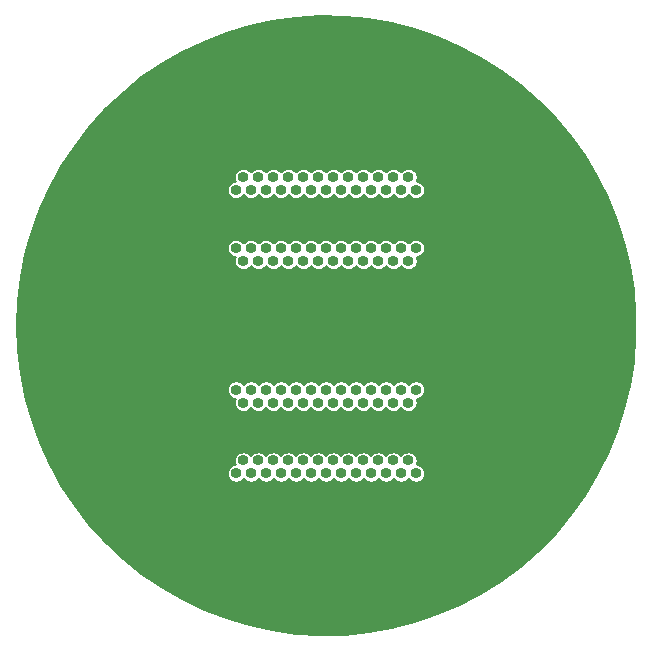
<source format=gbr>
%TF.GenerationSoftware,KiCad,Pcbnew,(5.1.10)-1*%
%TF.CreationDate,2022-07-15T13:15:32-06:00*%
%TF.ProjectId,Double_MicroD_25_Gateway,446f7562-6c65-45f4-9d69-63726f445f32,rev?*%
%TF.SameCoordinates,Original*%
%TF.FileFunction,Copper,L2,Inr*%
%TF.FilePolarity,Positive*%
%FSLAX46Y46*%
G04 Gerber Fmt 4.6, Leading zero omitted, Abs format (unit mm)*
G04 Created by KiCad (PCBNEW (5.1.10)-1) date 2022-07-15 13:15:32*
%MOMM*%
%LPD*%
G01*
G04 APERTURE LIST*
%TA.AperFunction,ComponentPad*%
%ADD10O,0.920000X0.920000*%
%TD*%
%TA.AperFunction,NonConductor*%
%ADD11C,0.254000*%
%TD*%
%TA.AperFunction,NonConductor*%
%ADD12C,0.100000*%
%TD*%
G04 APERTURE END LIST*
D10*
%TO.N,Net-(J3-Pad1)*%
%TO.C,J4*%
X-7620000Y-12550000D03*
%TO.N,Net-(J3-Pad14)*%
X-6985000Y-11450000D03*
%TO.N,Net-(J3-Pad2)*%
X-6350000Y-12550000D03*
%TO.N,Net-(J3-Pad15)*%
X-5715000Y-11450000D03*
%TO.N,Net-(J3-Pad3)*%
X-5080000Y-12550000D03*
%TO.N,Net-(J3-Pad16)*%
X-4445000Y-11450000D03*
%TO.N,Net-(J3-Pad4)*%
X-3810000Y-12550000D03*
%TO.N,Net-(J3-Pad17)*%
X-3175000Y-11450000D03*
%TO.N,Net-(J3-Pad5)*%
X-2540000Y-12550000D03*
%TO.N,Net-(J3-Pad18)*%
X-1905000Y-11450000D03*
%TO.N,Net-(J3-Pad6)*%
X-1270000Y-12550000D03*
%TO.N,Net-(J3-Pad19)*%
X-635000Y-11450000D03*
%TO.N,Net-(J3-Pad7)*%
X0Y-12550000D03*
%TO.N,Net-(J3-Pad20)*%
X635000Y-11450000D03*
%TO.N,Net-(J3-Pad8)*%
X1270000Y-12550000D03*
%TO.N,Net-(J3-Pad21)*%
X1905000Y-11450000D03*
%TO.N,Net-(J3-Pad9)*%
X2540000Y-12550000D03*
%TO.N,Net-(J3-Pad22)*%
X3175000Y-11450000D03*
%TO.N,Net-(J3-Pad10)*%
X3810000Y-12550000D03*
%TO.N,Net-(J3-Pad23)*%
X4445000Y-11450000D03*
%TO.N,Net-(J3-Pad11)*%
X5080000Y-12550000D03*
%TO.N,Net-(J3-Pad24)*%
X5715000Y-11450000D03*
%TO.N,Net-(J3-Pad12)*%
X6350000Y-12550000D03*
%TO.N,Net-(J3-Pad25)*%
X6985000Y-11450000D03*
%TO.N,Net-(J3-Pad13)*%
X7620000Y-12550000D03*
%TD*%
%TO.N,Net-(J3-Pad1)*%
%TO.C,J3*%
X-7620000Y-5450000D03*
%TO.N,Net-(J3-Pad14)*%
X-6985000Y-6550000D03*
%TO.N,Net-(J3-Pad2)*%
X-6350000Y-5450000D03*
%TO.N,Net-(J3-Pad15)*%
X-5715000Y-6550000D03*
%TO.N,Net-(J3-Pad3)*%
X-5080000Y-5450000D03*
%TO.N,Net-(J3-Pad16)*%
X-4445000Y-6550000D03*
%TO.N,Net-(J3-Pad4)*%
X-3810000Y-5450000D03*
%TO.N,Net-(J3-Pad17)*%
X-3175000Y-6550000D03*
%TO.N,Net-(J3-Pad5)*%
X-2540000Y-5450000D03*
%TO.N,Net-(J3-Pad18)*%
X-1905000Y-6550000D03*
%TO.N,Net-(J3-Pad6)*%
X-1270000Y-5450000D03*
%TO.N,Net-(J3-Pad19)*%
X-635000Y-6550000D03*
%TO.N,Net-(J3-Pad7)*%
X0Y-5450000D03*
%TO.N,Net-(J3-Pad20)*%
X635000Y-6550000D03*
%TO.N,Net-(J3-Pad8)*%
X1270000Y-5450000D03*
%TO.N,Net-(J3-Pad21)*%
X1905000Y-6550000D03*
%TO.N,Net-(J3-Pad9)*%
X2540000Y-5450000D03*
%TO.N,Net-(J3-Pad22)*%
X3175000Y-6550000D03*
%TO.N,Net-(J3-Pad10)*%
X3810000Y-5450000D03*
%TO.N,Net-(J3-Pad23)*%
X4445000Y-6550000D03*
%TO.N,Net-(J3-Pad11)*%
X5080000Y-5450000D03*
%TO.N,Net-(J3-Pad24)*%
X5715000Y-6550000D03*
%TO.N,Net-(J3-Pad12)*%
X6350000Y-5450000D03*
%TO.N,Net-(J3-Pad25)*%
X6985000Y-6550000D03*
%TO.N,Net-(J3-Pad13)*%
X7620000Y-5450000D03*
%TD*%
%TO.N,Net-(J1-Pad1)*%
%TO.C,J2*%
X-7620000Y11450000D03*
%TO.N,Net-(J1-Pad14)*%
X-6985000Y12550000D03*
%TO.N,Net-(J1-Pad2)*%
X-6350000Y11450000D03*
%TO.N,Net-(J1-Pad15)*%
X-5715000Y12550000D03*
%TO.N,Net-(J1-Pad3)*%
X-5080000Y11450000D03*
%TO.N,Net-(J1-Pad16)*%
X-4445000Y12550000D03*
%TO.N,Net-(J1-Pad4)*%
X-3810000Y11450000D03*
%TO.N,Net-(J1-Pad17)*%
X-3175000Y12550000D03*
%TO.N,Net-(J1-Pad5)*%
X-2540000Y11450000D03*
%TO.N,Net-(J1-Pad18)*%
X-1905000Y12550000D03*
%TO.N,Net-(J1-Pad6)*%
X-1270000Y11450000D03*
%TO.N,Net-(J1-Pad19)*%
X-635000Y12550000D03*
%TO.N,Net-(J1-Pad7)*%
X0Y11450000D03*
%TO.N,Net-(J1-Pad20)*%
X635000Y12550000D03*
%TO.N,Net-(J1-Pad8)*%
X1270000Y11450000D03*
%TO.N,Net-(J1-Pad21)*%
X1905000Y12550000D03*
%TO.N,Net-(J1-Pad9)*%
X2540000Y11450000D03*
%TO.N,Net-(J1-Pad22)*%
X3175000Y12550000D03*
%TO.N,Net-(J1-Pad10)*%
X3810000Y11450000D03*
%TO.N,Net-(J1-Pad23)*%
X4445000Y12550000D03*
%TO.N,Net-(J1-Pad11)*%
X5080000Y11450000D03*
%TO.N,Net-(J1-Pad24)*%
X5715000Y12550000D03*
%TO.N,Net-(J1-Pad12)*%
X6350000Y11450000D03*
%TO.N,Net-(J1-Pad25)*%
X6985000Y12550000D03*
%TO.N,Net-(J1-Pad13)*%
X7620000Y11450000D03*
%TD*%
%TO.N,Net-(J1-Pad1)*%
%TO.C,J1*%
X-7620000Y6550000D03*
%TO.N,Net-(J1-Pad14)*%
X-6985000Y5450000D03*
%TO.N,Net-(J1-Pad2)*%
X-6350000Y6550000D03*
%TO.N,Net-(J1-Pad15)*%
X-5715000Y5450000D03*
%TO.N,Net-(J1-Pad3)*%
X-5080000Y6550000D03*
%TO.N,Net-(J1-Pad16)*%
X-4445000Y5450000D03*
%TO.N,Net-(J1-Pad4)*%
X-3810000Y6550000D03*
%TO.N,Net-(J1-Pad17)*%
X-3175000Y5450000D03*
%TO.N,Net-(J1-Pad5)*%
X-2540000Y6550000D03*
%TO.N,Net-(J1-Pad18)*%
X-1905000Y5450000D03*
%TO.N,Net-(J1-Pad6)*%
X-1270000Y6550000D03*
%TO.N,Net-(J1-Pad19)*%
X-635000Y5450000D03*
%TO.N,Net-(J1-Pad7)*%
X0Y6550000D03*
%TO.N,Net-(J1-Pad20)*%
X635000Y5450000D03*
%TO.N,Net-(J1-Pad8)*%
X1270000Y6550000D03*
%TO.N,Net-(J1-Pad21)*%
X1905000Y5450000D03*
%TO.N,Net-(J1-Pad9)*%
X2540000Y6550000D03*
%TO.N,Net-(J1-Pad22)*%
X3175000Y5450000D03*
%TO.N,Net-(J1-Pad10)*%
X3810000Y6550000D03*
%TO.N,Net-(J1-Pad23)*%
X4445000Y5450000D03*
%TO.N,Net-(J1-Pad11)*%
X5080000Y6550000D03*
%TO.N,Net-(J1-Pad24)*%
X5715000Y5450000D03*
%TO.N,Net-(J1-Pad12)*%
X6350000Y6550000D03*
%TO.N,Net-(J1-Pad25)*%
X6985000Y5450000D03*
%TO.N,Net-(J1-Pad13)*%
X7620000Y6550000D03*
%TD*%
D11*
X1520371Y26103762D02*
X3538643Y25907449D01*
X5535633Y25555326D01*
X7499331Y25049510D01*
X9417927Y24393043D01*
X11279883Y23589874D01*
X13074000Y22644832D01*
X14789489Y21563602D01*
X16416031Y20352686D01*
X17943846Y19019366D01*
X19363745Y17571662D01*
X20667188Y16018279D01*
X21846335Y14368561D01*
X22894097Y12632428D01*
X23804170Y10820323D01*
X24571083Y8943143D01*
X25190222Y7012177D01*
X25657864Y5039040D01*
X25971197Y3035598D01*
X26128335Y1013898D01*
X26128335Y-1013898D01*
X25971197Y-3035598D01*
X25657864Y-5039040D01*
X25190222Y-7012177D01*
X24571083Y-8943143D01*
X23804170Y-10820323D01*
X22894097Y-12632428D01*
X21846335Y-14368561D01*
X20667188Y-16018279D01*
X19363745Y-17571662D01*
X17943846Y-19019366D01*
X16416031Y-20352686D01*
X14789489Y-21563602D01*
X13074000Y-22644832D01*
X11279883Y-23589874D01*
X9417927Y-24393043D01*
X7499331Y-25049510D01*
X5535633Y-25555326D01*
X3538643Y-25907449D01*
X1520371Y-26103762D01*
X-507045Y-26143083D01*
X-2531411Y-26025178D01*
X-4540553Y-25750753D01*
X-6522387Y-25321461D01*
X-8464995Y-24739882D01*
X-10356694Y-24009515D01*
X-12186106Y-23134751D01*
X-13942230Y-22120853D01*
X-15614503Y-20973917D01*
X-17192869Y-19700842D01*
X-18667835Y-18309283D01*
X-20030530Y-16807610D01*
X-21272760Y-15204855D01*
X-22387052Y-13510655D01*
X-22959888Y-12472487D01*
X-8407000Y-12472487D01*
X-8407000Y-12627513D01*
X-8376756Y-12779559D01*
X-8317430Y-12922784D01*
X-8231303Y-13051683D01*
X-8121683Y-13161303D01*
X-7992784Y-13247430D01*
X-7849559Y-13306756D01*
X-7697513Y-13337000D01*
X-7542487Y-13337000D01*
X-7390441Y-13306756D01*
X-7247216Y-13247430D01*
X-7118317Y-13161303D01*
X-7008697Y-13051683D01*
X-6985000Y-13016218D01*
X-6961303Y-13051683D01*
X-6851683Y-13161303D01*
X-6722784Y-13247430D01*
X-6579559Y-13306756D01*
X-6427513Y-13337000D01*
X-6272487Y-13337000D01*
X-6120441Y-13306756D01*
X-5977216Y-13247430D01*
X-5848317Y-13161303D01*
X-5738697Y-13051683D01*
X-5715000Y-13016218D01*
X-5691303Y-13051683D01*
X-5581683Y-13161303D01*
X-5452784Y-13247430D01*
X-5309559Y-13306756D01*
X-5157513Y-13337000D01*
X-5002487Y-13337000D01*
X-4850441Y-13306756D01*
X-4707216Y-13247430D01*
X-4578317Y-13161303D01*
X-4468697Y-13051683D01*
X-4445000Y-13016218D01*
X-4421303Y-13051683D01*
X-4311683Y-13161303D01*
X-4182784Y-13247430D01*
X-4039559Y-13306756D01*
X-3887513Y-13337000D01*
X-3732487Y-13337000D01*
X-3580441Y-13306756D01*
X-3437216Y-13247430D01*
X-3308317Y-13161303D01*
X-3198697Y-13051683D01*
X-3175000Y-13016218D01*
X-3151303Y-13051683D01*
X-3041683Y-13161303D01*
X-2912784Y-13247430D01*
X-2769559Y-13306756D01*
X-2617513Y-13337000D01*
X-2462487Y-13337000D01*
X-2310441Y-13306756D01*
X-2167216Y-13247430D01*
X-2038317Y-13161303D01*
X-1928697Y-13051683D01*
X-1905000Y-13016218D01*
X-1881303Y-13051683D01*
X-1771683Y-13161303D01*
X-1642784Y-13247430D01*
X-1499559Y-13306756D01*
X-1347513Y-13337000D01*
X-1192487Y-13337000D01*
X-1040441Y-13306756D01*
X-897216Y-13247430D01*
X-768317Y-13161303D01*
X-658697Y-13051683D01*
X-635000Y-13016218D01*
X-611303Y-13051683D01*
X-501683Y-13161303D01*
X-372784Y-13247430D01*
X-229559Y-13306756D01*
X-77513Y-13337000D01*
X77513Y-13337000D01*
X229559Y-13306756D01*
X372784Y-13247430D01*
X501683Y-13161303D01*
X611303Y-13051683D01*
X635000Y-13016218D01*
X658697Y-13051683D01*
X768317Y-13161303D01*
X897216Y-13247430D01*
X1040441Y-13306756D01*
X1192487Y-13337000D01*
X1347513Y-13337000D01*
X1499559Y-13306756D01*
X1642784Y-13247430D01*
X1771683Y-13161303D01*
X1881303Y-13051683D01*
X1905000Y-13016218D01*
X1928697Y-13051683D01*
X2038317Y-13161303D01*
X2167216Y-13247430D01*
X2310441Y-13306756D01*
X2462487Y-13337000D01*
X2617513Y-13337000D01*
X2769559Y-13306756D01*
X2912784Y-13247430D01*
X3041683Y-13161303D01*
X3151303Y-13051683D01*
X3175000Y-13016218D01*
X3198697Y-13051683D01*
X3308317Y-13161303D01*
X3437216Y-13247430D01*
X3580441Y-13306756D01*
X3732487Y-13337000D01*
X3887513Y-13337000D01*
X4039559Y-13306756D01*
X4182784Y-13247430D01*
X4311683Y-13161303D01*
X4421303Y-13051683D01*
X4445000Y-13016218D01*
X4468697Y-13051683D01*
X4578317Y-13161303D01*
X4707216Y-13247430D01*
X4850441Y-13306756D01*
X5002487Y-13337000D01*
X5157513Y-13337000D01*
X5309559Y-13306756D01*
X5452784Y-13247430D01*
X5581683Y-13161303D01*
X5691303Y-13051683D01*
X5715000Y-13016218D01*
X5738697Y-13051683D01*
X5848317Y-13161303D01*
X5977216Y-13247430D01*
X6120441Y-13306756D01*
X6272487Y-13337000D01*
X6427513Y-13337000D01*
X6579559Y-13306756D01*
X6722784Y-13247430D01*
X6851683Y-13161303D01*
X6961303Y-13051683D01*
X6985000Y-13016218D01*
X7008697Y-13051683D01*
X7118317Y-13161303D01*
X7247216Y-13247430D01*
X7390441Y-13306756D01*
X7542487Y-13337000D01*
X7697513Y-13337000D01*
X7849559Y-13306756D01*
X7992784Y-13247430D01*
X8121683Y-13161303D01*
X8231303Y-13051683D01*
X8317430Y-12922784D01*
X8376756Y-12779559D01*
X8407000Y-12627513D01*
X8407000Y-12472487D01*
X8376756Y-12320441D01*
X8317430Y-12177216D01*
X8231303Y-12048317D01*
X8121683Y-11938697D01*
X7992784Y-11852570D01*
X7849559Y-11793244D01*
X7706457Y-11764779D01*
X7741756Y-11679559D01*
X7772000Y-11527513D01*
X7772000Y-11372487D01*
X7741756Y-11220441D01*
X7682430Y-11077216D01*
X7596303Y-10948317D01*
X7486683Y-10838697D01*
X7357784Y-10752570D01*
X7214559Y-10693244D01*
X7062513Y-10663000D01*
X6907487Y-10663000D01*
X6755441Y-10693244D01*
X6612216Y-10752570D01*
X6483317Y-10838697D01*
X6373697Y-10948317D01*
X6350000Y-10983782D01*
X6326303Y-10948317D01*
X6216683Y-10838697D01*
X6087784Y-10752570D01*
X5944559Y-10693244D01*
X5792513Y-10663000D01*
X5637487Y-10663000D01*
X5485441Y-10693244D01*
X5342216Y-10752570D01*
X5213317Y-10838697D01*
X5103697Y-10948317D01*
X5080000Y-10983782D01*
X5056303Y-10948317D01*
X4946683Y-10838697D01*
X4817784Y-10752570D01*
X4674559Y-10693244D01*
X4522513Y-10663000D01*
X4367487Y-10663000D01*
X4215441Y-10693244D01*
X4072216Y-10752570D01*
X3943317Y-10838697D01*
X3833697Y-10948317D01*
X3810000Y-10983782D01*
X3786303Y-10948317D01*
X3676683Y-10838697D01*
X3547784Y-10752570D01*
X3404559Y-10693244D01*
X3252513Y-10663000D01*
X3097487Y-10663000D01*
X2945441Y-10693244D01*
X2802216Y-10752570D01*
X2673317Y-10838697D01*
X2563697Y-10948317D01*
X2540000Y-10983782D01*
X2516303Y-10948317D01*
X2406683Y-10838697D01*
X2277784Y-10752570D01*
X2134559Y-10693244D01*
X1982513Y-10663000D01*
X1827487Y-10663000D01*
X1675441Y-10693244D01*
X1532216Y-10752570D01*
X1403317Y-10838697D01*
X1293697Y-10948317D01*
X1270000Y-10983782D01*
X1246303Y-10948317D01*
X1136683Y-10838697D01*
X1007784Y-10752570D01*
X864559Y-10693244D01*
X712513Y-10663000D01*
X557487Y-10663000D01*
X405441Y-10693244D01*
X262216Y-10752570D01*
X133317Y-10838697D01*
X23697Y-10948317D01*
X0Y-10983782D01*
X-23697Y-10948317D01*
X-133317Y-10838697D01*
X-262216Y-10752570D01*
X-405441Y-10693244D01*
X-557487Y-10663000D01*
X-712513Y-10663000D01*
X-864559Y-10693244D01*
X-1007784Y-10752570D01*
X-1136683Y-10838697D01*
X-1246303Y-10948317D01*
X-1270000Y-10983782D01*
X-1293697Y-10948317D01*
X-1403317Y-10838697D01*
X-1532216Y-10752570D01*
X-1675441Y-10693244D01*
X-1827487Y-10663000D01*
X-1982513Y-10663000D01*
X-2134559Y-10693244D01*
X-2277784Y-10752570D01*
X-2406683Y-10838697D01*
X-2516303Y-10948317D01*
X-2540000Y-10983782D01*
X-2563697Y-10948317D01*
X-2673317Y-10838697D01*
X-2802216Y-10752570D01*
X-2945441Y-10693244D01*
X-3097487Y-10663000D01*
X-3252513Y-10663000D01*
X-3404559Y-10693244D01*
X-3547784Y-10752570D01*
X-3676683Y-10838697D01*
X-3786303Y-10948317D01*
X-3810000Y-10983782D01*
X-3833697Y-10948317D01*
X-3943317Y-10838697D01*
X-4072216Y-10752570D01*
X-4215441Y-10693244D01*
X-4367487Y-10663000D01*
X-4522513Y-10663000D01*
X-4674559Y-10693244D01*
X-4817784Y-10752570D01*
X-4946683Y-10838697D01*
X-5056303Y-10948317D01*
X-5080000Y-10983782D01*
X-5103697Y-10948317D01*
X-5213317Y-10838697D01*
X-5342216Y-10752570D01*
X-5485441Y-10693244D01*
X-5637487Y-10663000D01*
X-5792513Y-10663000D01*
X-5944559Y-10693244D01*
X-6087784Y-10752570D01*
X-6216683Y-10838697D01*
X-6326303Y-10948317D01*
X-6350000Y-10983782D01*
X-6373697Y-10948317D01*
X-6483317Y-10838697D01*
X-6612216Y-10752570D01*
X-6755441Y-10693244D01*
X-6907487Y-10663000D01*
X-7062513Y-10663000D01*
X-7214559Y-10693244D01*
X-7357784Y-10752570D01*
X-7486683Y-10838697D01*
X-7596303Y-10948317D01*
X-7682430Y-11077216D01*
X-7741756Y-11220441D01*
X-7772000Y-11372487D01*
X-7772000Y-11527513D01*
X-7741756Y-11679559D01*
X-7706457Y-11764779D01*
X-7849559Y-11793244D01*
X-7992784Y-11852570D01*
X-8121683Y-11938697D01*
X-8231303Y-12048317D01*
X-8317430Y-12177216D01*
X-8376756Y-12320441D01*
X-8407000Y-12472487D01*
X-22959888Y-12472487D01*
X-23366706Y-11735201D01*
X-24205830Y-9889170D01*
X-24899378Y-7983664D01*
X-25443177Y-6030144D01*
X-25572336Y-5372487D01*
X-8407000Y-5372487D01*
X-8407000Y-5527513D01*
X-8376756Y-5679559D01*
X-8317430Y-5822784D01*
X-8231303Y-5951683D01*
X-8121683Y-6061303D01*
X-7992784Y-6147430D01*
X-7849559Y-6206756D01*
X-7706457Y-6235221D01*
X-7741756Y-6320441D01*
X-7772000Y-6472487D01*
X-7772000Y-6627513D01*
X-7741756Y-6779559D01*
X-7682430Y-6922784D01*
X-7596303Y-7051683D01*
X-7486683Y-7161303D01*
X-7357784Y-7247430D01*
X-7214559Y-7306756D01*
X-7062513Y-7337000D01*
X-6907487Y-7337000D01*
X-6755441Y-7306756D01*
X-6612216Y-7247430D01*
X-6483317Y-7161303D01*
X-6373697Y-7051683D01*
X-6350000Y-7016218D01*
X-6326303Y-7051683D01*
X-6216683Y-7161303D01*
X-6087784Y-7247430D01*
X-5944559Y-7306756D01*
X-5792513Y-7337000D01*
X-5637487Y-7337000D01*
X-5485441Y-7306756D01*
X-5342216Y-7247430D01*
X-5213317Y-7161303D01*
X-5103697Y-7051683D01*
X-5080000Y-7016218D01*
X-5056303Y-7051683D01*
X-4946683Y-7161303D01*
X-4817784Y-7247430D01*
X-4674559Y-7306756D01*
X-4522513Y-7337000D01*
X-4367487Y-7337000D01*
X-4215441Y-7306756D01*
X-4072216Y-7247430D01*
X-3943317Y-7161303D01*
X-3833697Y-7051683D01*
X-3810000Y-7016218D01*
X-3786303Y-7051683D01*
X-3676683Y-7161303D01*
X-3547784Y-7247430D01*
X-3404559Y-7306756D01*
X-3252513Y-7337000D01*
X-3097487Y-7337000D01*
X-2945441Y-7306756D01*
X-2802216Y-7247430D01*
X-2673317Y-7161303D01*
X-2563697Y-7051683D01*
X-2540000Y-7016218D01*
X-2516303Y-7051683D01*
X-2406683Y-7161303D01*
X-2277784Y-7247430D01*
X-2134559Y-7306756D01*
X-1982513Y-7337000D01*
X-1827487Y-7337000D01*
X-1675441Y-7306756D01*
X-1532216Y-7247430D01*
X-1403317Y-7161303D01*
X-1293697Y-7051683D01*
X-1270000Y-7016218D01*
X-1246303Y-7051683D01*
X-1136683Y-7161303D01*
X-1007784Y-7247430D01*
X-864559Y-7306756D01*
X-712513Y-7337000D01*
X-557487Y-7337000D01*
X-405441Y-7306756D01*
X-262216Y-7247430D01*
X-133317Y-7161303D01*
X-23697Y-7051683D01*
X0Y-7016218D01*
X23697Y-7051683D01*
X133317Y-7161303D01*
X262216Y-7247430D01*
X405441Y-7306756D01*
X557487Y-7337000D01*
X712513Y-7337000D01*
X864559Y-7306756D01*
X1007784Y-7247430D01*
X1136683Y-7161303D01*
X1246303Y-7051683D01*
X1270000Y-7016218D01*
X1293697Y-7051683D01*
X1403317Y-7161303D01*
X1532216Y-7247430D01*
X1675441Y-7306756D01*
X1827487Y-7337000D01*
X1982513Y-7337000D01*
X2134559Y-7306756D01*
X2277784Y-7247430D01*
X2406683Y-7161303D01*
X2516303Y-7051683D01*
X2540000Y-7016218D01*
X2563697Y-7051683D01*
X2673317Y-7161303D01*
X2802216Y-7247430D01*
X2945441Y-7306756D01*
X3097487Y-7337000D01*
X3252513Y-7337000D01*
X3404559Y-7306756D01*
X3547784Y-7247430D01*
X3676683Y-7161303D01*
X3786303Y-7051683D01*
X3810000Y-7016218D01*
X3833697Y-7051683D01*
X3943317Y-7161303D01*
X4072216Y-7247430D01*
X4215441Y-7306756D01*
X4367487Y-7337000D01*
X4522513Y-7337000D01*
X4674559Y-7306756D01*
X4817784Y-7247430D01*
X4946683Y-7161303D01*
X5056303Y-7051683D01*
X5080000Y-7016218D01*
X5103697Y-7051683D01*
X5213317Y-7161303D01*
X5342216Y-7247430D01*
X5485441Y-7306756D01*
X5637487Y-7337000D01*
X5792513Y-7337000D01*
X5944559Y-7306756D01*
X6087784Y-7247430D01*
X6216683Y-7161303D01*
X6326303Y-7051683D01*
X6350000Y-7016218D01*
X6373697Y-7051683D01*
X6483317Y-7161303D01*
X6612216Y-7247430D01*
X6755441Y-7306756D01*
X6907487Y-7337000D01*
X7062513Y-7337000D01*
X7214559Y-7306756D01*
X7357784Y-7247430D01*
X7486683Y-7161303D01*
X7596303Y-7051683D01*
X7682430Y-6922784D01*
X7741756Y-6779559D01*
X7772000Y-6627513D01*
X7772000Y-6472487D01*
X7741756Y-6320441D01*
X7706457Y-6235221D01*
X7849559Y-6206756D01*
X7992784Y-6147430D01*
X8121683Y-6061303D01*
X8231303Y-5951683D01*
X8317430Y-5822784D01*
X8376756Y-5679559D01*
X8407000Y-5527513D01*
X8407000Y-5372487D01*
X8376756Y-5220441D01*
X8317430Y-5077216D01*
X8231303Y-4948317D01*
X8121683Y-4838697D01*
X7992784Y-4752570D01*
X7849559Y-4693244D01*
X7697513Y-4663000D01*
X7542487Y-4663000D01*
X7390441Y-4693244D01*
X7247216Y-4752570D01*
X7118317Y-4838697D01*
X7008697Y-4948317D01*
X6985000Y-4983782D01*
X6961303Y-4948317D01*
X6851683Y-4838697D01*
X6722784Y-4752570D01*
X6579559Y-4693244D01*
X6427513Y-4663000D01*
X6272487Y-4663000D01*
X6120441Y-4693244D01*
X5977216Y-4752570D01*
X5848317Y-4838697D01*
X5738697Y-4948317D01*
X5715000Y-4983782D01*
X5691303Y-4948317D01*
X5581683Y-4838697D01*
X5452784Y-4752570D01*
X5309559Y-4693244D01*
X5157513Y-4663000D01*
X5002487Y-4663000D01*
X4850441Y-4693244D01*
X4707216Y-4752570D01*
X4578317Y-4838697D01*
X4468697Y-4948317D01*
X4445000Y-4983782D01*
X4421303Y-4948317D01*
X4311683Y-4838697D01*
X4182784Y-4752570D01*
X4039559Y-4693244D01*
X3887513Y-4663000D01*
X3732487Y-4663000D01*
X3580441Y-4693244D01*
X3437216Y-4752570D01*
X3308317Y-4838697D01*
X3198697Y-4948317D01*
X3175000Y-4983782D01*
X3151303Y-4948317D01*
X3041683Y-4838697D01*
X2912784Y-4752570D01*
X2769559Y-4693244D01*
X2617513Y-4663000D01*
X2462487Y-4663000D01*
X2310441Y-4693244D01*
X2167216Y-4752570D01*
X2038317Y-4838697D01*
X1928697Y-4948317D01*
X1905000Y-4983782D01*
X1881303Y-4948317D01*
X1771683Y-4838697D01*
X1642784Y-4752570D01*
X1499559Y-4693244D01*
X1347513Y-4663000D01*
X1192487Y-4663000D01*
X1040441Y-4693244D01*
X897216Y-4752570D01*
X768317Y-4838697D01*
X658697Y-4948317D01*
X635000Y-4983782D01*
X611303Y-4948317D01*
X501683Y-4838697D01*
X372784Y-4752570D01*
X229559Y-4693244D01*
X77513Y-4663000D01*
X-77513Y-4663000D01*
X-229559Y-4693244D01*
X-372784Y-4752570D01*
X-501683Y-4838697D01*
X-611303Y-4948317D01*
X-635000Y-4983782D01*
X-658697Y-4948317D01*
X-768317Y-4838697D01*
X-897216Y-4752570D01*
X-1040441Y-4693244D01*
X-1192487Y-4663000D01*
X-1347513Y-4663000D01*
X-1499559Y-4693244D01*
X-1642784Y-4752570D01*
X-1771683Y-4838697D01*
X-1881303Y-4948317D01*
X-1905000Y-4983782D01*
X-1928697Y-4948317D01*
X-2038317Y-4838697D01*
X-2167216Y-4752570D01*
X-2310441Y-4693244D01*
X-2462487Y-4663000D01*
X-2617513Y-4663000D01*
X-2769559Y-4693244D01*
X-2912784Y-4752570D01*
X-3041683Y-4838697D01*
X-3151303Y-4948317D01*
X-3175000Y-4983782D01*
X-3198697Y-4948317D01*
X-3308317Y-4838697D01*
X-3437216Y-4752570D01*
X-3580441Y-4693244D01*
X-3732487Y-4663000D01*
X-3887513Y-4663000D01*
X-4039559Y-4693244D01*
X-4182784Y-4752570D01*
X-4311683Y-4838697D01*
X-4421303Y-4948317D01*
X-4445000Y-4983782D01*
X-4468697Y-4948317D01*
X-4578317Y-4838697D01*
X-4707216Y-4752570D01*
X-4850441Y-4693244D01*
X-5002487Y-4663000D01*
X-5157513Y-4663000D01*
X-5309559Y-4693244D01*
X-5452784Y-4752570D01*
X-5581683Y-4838697D01*
X-5691303Y-4948317D01*
X-5715000Y-4983782D01*
X-5738697Y-4948317D01*
X-5848317Y-4838697D01*
X-5977216Y-4752570D01*
X-6120441Y-4693244D01*
X-6272487Y-4663000D01*
X-6427513Y-4663000D01*
X-6579559Y-4693244D01*
X-6722784Y-4752570D01*
X-6851683Y-4838697D01*
X-6961303Y-4948317D01*
X-6985000Y-4983782D01*
X-7008697Y-4948317D01*
X-7118317Y-4838697D01*
X-7247216Y-4752570D01*
X-7390441Y-4693244D01*
X-7542487Y-4663000D01*
X-7697513Y-4663000D01*
X-7849559Y-4693244D01*
X-7992784Y-4752570D01*
X-8121683Y-4838697D01*
X-8231303Y-4948317D01*
X-8317430Y-5077216D01*
X-8376756Y-5220441D01*
X-8407000Y-5372487D01*
X-25572336Y-5372487D01*
X-25833959Y-4040357D01*
X-26069371Y-2026272D01*
X-26148000Y0D01*
X-26069371Y2026272D01*
X-25833959Y4040357D01*
X-25443177Y6030144D01*
X-25276889Y6627513D01*
X-8407000Y6627513D01*
X-8407000Y6472487D01*
X-8376756Y6320441D01*
X-8317430Y6177216D01*
X-8231303Y6048317D01*
X-8121683Y5938697D01*
X-7992784Y5852570D01*
X-7849559Y5793244D01*
X-7706457Y5764779D01*
X-7741756Y5679559D01*
X-7772000Y5527513D01*
X-7772000Y5372487D01*
X-7741756Y5220441D01*
X-7682430Y5077216D01*
X-7596303Y4948317D01*
X-7486683Y4838697D01*
X-7357784Y4752570D01*
X-7214559Y4693244D01*
X-7062513Y4663000D01*
X-6907487Y4663000D01*
X-6755441Y4693244D01*
X-6612216Y4752570D01*
X-6483317Y4838697D01*
X-6373697Y4948317D01*
X-6350000Y4983782D01*
X-6326303Y4948317D01*
X-6216683Y4838697D01*
X-6087784Y4752570D01*
X-5944559Y4693244D01*
X-5792513Y4663000D01*
X-5637487Y4663000D01*
X-5485441Y4693244D01*
X-5342216Y4752570D01*
X-5213317Y4838697D01*
X-5103697Y4948317D01*
X-5080000Y4983782D01*
X-5056303Y4948317D01*
X-4946683Y4838697D01*
X-4817784Y4752570D01*
X-4674559Y4693244D01*
X-4522513Y4663000D01*
X-4367487Y4663000D01*
X-4215441Y4693244D01*
X-4072216Y4752570D01*
X-3943317Y4838697D01*
X-3833697Y4948317D01*
X-3810000Y4983782D01*
X-3786303Y4948317D01*
X-3676683Y4838697D01*
X-3547784Y4752570D01*
X-3404559Y4693244D01*
X-3252513Y4663000D01*
X-3097487Y4663000D01*
X-2945441Y4693244D01*
X-2802216Y4752570D01*
X-2673317Y4838697D01*
X-2563697Y4948317D01*
X-2540000Y4983782D01*
X-2516303Y4948317D01*
X-2406683Y4838697D01*
X-2277784Y4752570D01*
X-2134559Y4693244D01*
X-1982513Y4663000D01*
X-1827487Y4663000D01*
X-1675441Y4693244D01*
X-1532216Y4752570D01*
X-1403317Y4838697D01*
X-1293697Y4948317D01*
X-1270000Y4983782D01*
X-1246303Y4948317D01*
X-1136683Y4838697D01*
X-1007784Y4752570D01*
X-864559Y4693244D01*
X-712513Y4663000D01*
X-557487Y4663000D01*
X-405441Y4693244D01*
X-262216Y4752570D01*
X-133317Y4838697D01*
X-23697Y4948317D01*
X0Y4983782D01*
X23697Y4948317D01*
X133317Y4838697D01*
X262216Y4752570D01*
X405441Y4693244D01*
X557487Y4663000D01*
X712513Y4663000D01*
X864559Y4693244D01*
X1007784Y4752570D01*
X1136683Y4838697D01*
X1246303Y4948317D01*
X1270000Y4983782D01*
X1293697Y4948317D01*
X1403317Y4838697D01*
X1532216Y4752570D01*
X1675441Y4693244D01*
X1827487Y4663000D01*
X1982513Y4663000D01*
X2134559Y4693244D01*
X2277784Y4752570D01*
X2406683Y4838697D01*
X2516303Y4948317D01*
X2540000Y4983782D01*
X2563697Y4948317D01*
X2673317Y4838697D01*
X2802216Y4752570D01*
X2945441Y4693244D01*
X3097487Y4663000D01*
X3252513Y4663000D01*
X3404559Y4693244D01*
X3547784Y4752570D01*
X3676683Y4838697D01*
X3786303Y4948317D01*
X3810000Y4983782D01*
X3833697Y4948317D01*
X3943317Y4838697D01*
X4072216Y4752570D01*
X4215441Y4693244D01*
X4367487Y4663000D01*
X4522513Y4663000D01*
X4674559Y4693244D01*
X4817784Y4752570D01*
X4946683Y4838697D01*
X5056303Y4948317D01*
X5080000Y4983782D01*
X5103697Y4948317D01*
X5213317Y4838697D01*
X5342216Y4752570D01*
X5485441Y4693244D01*
X5637487Y4663000D01*
X5792513Y4663000D01*
X5944559Y4693244D01*
X6087784Y4752570D01*
X6216683Y4838697D01*
X6326303Y4948317D01*
X6350000Y4983782D01*
X6373697Y4948317D01*
X6483317Y4838697D01*
X6612216Y4752570D01*
X6755441Y4693244D01*
X6907487Y4663000D01*
X7062513Y4663000D01*
X7214559Y4693244D01*
X7357784Y4752570D01*
X7486683Y4838697D01*
X7596303Y4948317D01*
X7682430Y5077216D01*
X7741756Y5220441D01*
X7772000Y5372487D01*
X7772000Y5527513D01*
X7741756Y5679559D01*
X7706457Y5764779D01*
X7849559Y5793244D01*
X7992784Y5852570D01*
X8121683Y5938697D01*
X8231303Y6048317D01*
X8317430Y6177216D01*
X8376756Y6320441D01*
X8407000Y6472487D01*
X8407000Y6627513D01*
X8376756Y6779559D01*
X8317430Y6922784D01*
X8231303Y7051683D01*
X8121683Y7161303D01*
X7992784Y7247430D01*
X7849559Y7306756D01*
X7697513Y7337000D01*
X7542487Y7337000D01*
X7390441Y7306756D01*
X7247216Y7247430D01*
X7118317Y7161303D01*
X7008697Y7051683D01*
X6985000Y7016218D01*
X6961303Y7051683D01*
X6851683Y7161303D01*
X6722784Y7247430D01*
X6579559Y7306756D01*
X6427513Y7337000D01*
X6272487Y7337000D01*
X6120441Y7306756D01*
X5977216Y7247430D01*
X5848317Y7161303D01*
X5738697Y7051683D01*
X5715000Y7016218D01*
X5691303Y7051683D01*
X5581683Y7161303D01*
X5452784Y7247430D01*
X5309559Y7306756D01*
X5157513Y7337000D01*
X5002487Y7337000D01*
X4850441Y7306756D01*
X4707216Y7247430D01*
X4578317Y7161303D01*
X4468697Y7051683D01*
X4445000Y7016218D01*
X4421303Y7051683D01*
X4311683Y7161303D01*
X4182784Y7247430D01*
X4039559Y7306756D01*
X3887513Y7337000D01*
X3732487Y7337000D01*
X3580441Y7306756D01*
X3437216Y7247430D01*
X3308317Y7161303D01*
X3198697Y7051683D01*
X3175000Y7016218D01*
X3151303Y7051683D01*
X3041683Y7161303D01*
X2912784Y7247430D01*
X2769559Y7306756D01*
X2617513Y7337000D01*
X2462487Y7337000D01*
X2310441Y7306756D01*
X2167216Y7247430D01*
X2038317Y7161303D01*
X1928697Y7051683D01*
X1905000Y7016218D01*
X1881303Y7051683D01*
X1771683Y7161303D01*
X1642784Y7247430D01*
X1499559Y7306756D01*
X1347513Y7337000D01*
X1192487Y7337000D01*
X1040441Y7306756D01*
X897216Y7247430D01*
X768317Y7161303D01*
X658697Y7051683D01*
X635000Y7016218D01*
X611303Y7051683D01*
X501683Y7161303D01*
X372784Y7247430D01*
X229559Y7306756D01*
X77513Y7337000D01*
X-77513Y7337000D01*
X-229559Y7306756D01*
X-372784Y7247430D01*
X-501683Y7161303D01*
X-611303Y7051683D01*
X-635000Y7016218D01*
X-658697Y7051683D01*
X-768317Y7161303D01*
X-897216Y7247430D01*
X-1040441Y7306756D01*
X-1192487Y7337000D01*
X-1347513Y7337000D01*
X-1499559Y7306756D01*
X-1642784Y7247430D01*
X-1771683Y7161303D01*
X-1881303Y7051683D01*
X-1905000Y7016218D01*
X-1928697Y7051683D01*
X-2038317Y7161303D01*
X-2167216Y7247430D01*
X-2310441Y7306756D01*
X-2462487Y7337000D01*
X-2617513Y7337000D01*
X-2769559Y7306756D01*
X-2912784Y7247430D01*
X-3041683Y7161303D01*
X-3151303Y7051683D01*
X-3175000Y7016218D01*
X-3198697Y7051683D01*
X-3308317Y7161303D01*
X-3437216Y7247430D01*
X-3580441Y7306756D01*
X-3732487Y7337000D01*
X-3887513Y7337000D01*
X-4039559Y7306756D01*
X-4182784Y7247430D01*
X-4311683Y7161303D01*
X-4421303Y7051683D01*
X-4445000Y7016218D01*
X-4468697Y7051683D01*
X-4578317Y7161303D01*
X-4707216Y7247430D01*
X-4850441Y7306756D01*
X-5002487Y7337000D01*
X-5157513Y7337000D01*
X-5309559Y7306756D01*
X-5452784Y7247430D01*
X-5581683Y7161303D01*
X-5691303Y7051683D01*
X-5715000Y7016218D01*
X-5738697Y7051683D01*
X-5848317Y7161303D01*
X-5977216Y7247430D01*
X-6120441Y7306756D01*
X-6272487Y7337000D01*
X-6427513Y7337000D01*
X-6579559Y7306756D01*
X-6722784Y7247430D01*
X-6851683Y7161303D01*
X-6961303Y7051683D01*
X-6985000Y7016218D01*
X-7008697Y7051683D01*
X-7118317Y7161303D01*
X-7247216Y7247430D01*
X-7390441Y7306756D01*
X-7542487Y7337000D01*
X-7697513Y7337000D01*
X-7849559Y7306756D01*
X-7992784Y7247430D01*
X-8121683Y7161303D01*
X-8231303Y7051683D01*
X-8317430Y6922784D01*
X-8376756Y6779559D01*
X-8407000Y6627513D01*
X-25276889Y6627513D01*
X-24899378Y7983664D01*
X-24205830Y9889170D01*
X-23461112Y11527513D01*
X-8407000Y11527513D01*
X-8407000Y11372487D01*
X-8376756Y11220441D01*
X-8317430Y11077216D01*
X-8231303Y10948317D01*
X-8121683Y10838697D01*
X-7992784Y10752570D01*
X-7849559Y10693244D01*
X-7697513Y10663000D01*
X-7542487Y10663000D01*
X-7390441Y10693244D01*
X-7247216Y10752570D01*
X-7118317Y10838697D01*
X-7008697Y10948317D01*
X-6985000Y10983782D01*
X-6961303Y10948317D01*
X-6851683Y10838697D01*
X-6722784Y10752570D01*
X-6579559Y10693244D01*
X-6427513Y10663000D01*
X-6272487Y10663000D01*
X-6120441Y10693244D01*
X-5977216Y10752570D01*
X-5848317Y10838697D01*
X-5738697Y10948317D01*
X-5715000Y10983782D01*
X-5691303Y10948317D01*
X-5581683Y10838697D01*
X-5452784Y10752570D01*
X-5309559Y10693244D01*
X-5157513Y10663000D01*
X-5002487Y10663000D01*
X-4850441Y10693244D01*
X-4707216Y10752570D01*
X-4578317Y10838697D01*
X-4468697Y10948317D01*
X-4445000Y10983782D01*
X-4421303Y10948317D01*
X-4311683Y10838697D01*
X-4182784Y10752570D01*
X-4039559Y10693244D01*
X-3887513Y10663000D01*
X-3732487Y10663000D01*
X-3580441Y10693244D01*
X-3437216Y10752570D01*
X-3308317Y10838697D01*
X-3198697Y10948317D01*
X-3175000Y10983782D01*
X-3151303Y10948317D01*
X-3041683Y10838697D01*
X-2912784Y10752570D01*
X-2769559Y10693244D01*
X-2617513Y10663000D01*
X-2462487Y10663000D01*
X-2310441Y10693244D01*
X-2167216Y10752570D01*
X-2038317Y10838697D01*
X-1928697Y10948317D01*
X-1905000Y10983782D01*
X-1881303Y10948317D01*
X-1771683Y10838697D01*
X-1642784Y10752570D01*
X-1499559Y10693244D01*
X-1347513Y10663000D01*
X-1192487Y10663000D01*
X-1040441Y10693244D01*
X-897216Y10752570D01*
X-768317Y10838697D01*
X-658697Y10948317D01*
X-635000Y10983782D01*
X-611303Y10948317D01*
X-501683Y10838697D01*
X-372784Y10752570D01*
X-229559Y10693244D01*
X-77513Y10663000D01*
X77513Y10663000D01*
X229559Y10693244D01*
X372784Y10752570D01*
X501683Y10838697D01*
X611303Y10948317D01*
X635000Y10983782D01*
X658697Y10948317D01*
X768317Y10838697D01*
X897216Y10752570D01*
X1040441Y10693244D01*
X1192487Y10663000D01*
X1347513Y10663000D01*
X1499559Y10693244D01*
X1642784Y10752570D01*
X1771683Y10838697D01*
X1881303Y10948317D01*
X1905000Y10983782D01*
X1928697Y10948317D01*
X2038317Y10838697D01*
X2167216Y10752570D01*
X2310441Y10693244D01*
X2462487Y10663000D01*
X2617513Y10663000D01*
X2769559Y10693244D01*
X2912784Y10752570D01*
X3041683Y10838697D01*
X3151303Y10948317D01*
X3175000Y10983782D01*
X3198697Y10948317D01*
X3308317Y10838697D01*
X3437216Y10752570D01*
X3580441Y10693244D01*
X3732487Y10663000D01*
X3887513Y10663000D01*
X4039559Y10693244D01*
X4182784Y10752570D01*
X4311683Y10838697D01*
X4421303Y10948317D01*
X4445000Y10983782D01*
X4468697Y10948317D01*
X4578317Y10838697D01*
X4707216Y10752570D01*
X4850441Y10693244D01*
X5002487Y10663000D01*
X5157513Y10663000D01*
X5309559Y10693244D01*
X5452784Y10752570D01*
X5581683Y10838697D01*
X5691303Y10948317D01*
X5715000Y10983782D01*
X5738697Y10948317D01*
X5848317Y10838697D01*
X5977216Y10752570D01*
X6120441Y10693244D01*
X6272487Y10663000D01*
X6427513Y10663000D01*
X6579559Y10693244D01*
X6722784Y10752570D01*
X6851683Y10838697D01*
X6961303Y10948317D01*
X6985000Y10983782D01*
X7008697Y10948317D01*
X7118317Y10838697D01*
X7247216Y10752570D01*
X7390441Y10693244D01*
X7542487Y10663000D01*
X7697513Y10663000D01*
X7849559Y10693244D01*
X7992784Y10752570D01*
X8121683Y10838697D01*
X8231303Y10948317D01*
X8317430Y11077216D01*
X8376756Y11220441D01*
X8407000Y11372487D01*
X8407000Y11527513D01*
X8376756Y11679559D01*
X8317430Y11822784D01*
X8231303Y11951683D01*
X8121683Y12061303D01*
X7992784Y12147430D01*
X7849559Y12206756D01*
X7706457Y12235221D01*
X7741756Y12320441D01*
X7772000Y12472487D01*
X7772000Y12627513D01*
X7741756Y12779559D01*
X7682430Y12922784D01*
X7596303Y13051683D01*
X7486683Y13161303D01*
X7357784Y13247430D01*
X7214559Y13306756D01*
X7062513Y13337000D01*
X6907487Y13337000D01*
X6755441Y13306756D01*
X6612216Y13247430D01*
X6483317Y13161303D01*
X6373697Y13051683D01*
X6350000Y13016218D01*
X6326303Y13051683D01*
X6216683Y13161303D01*
X6087784Y13247430D01*
X5944559Y13306756D01*
X5792513Y13337000D01*
X5637487Y13337000D01*
X5485441Y13306756D01*
X5342216Y13247430D01*
X5213317Y13161303D01*
X5103697Y13051683D01*
X5080000Y13016218D01*
X5056303Y13051683D01*
X4946683Y13161303D01*
X4817784Y13247430D01*
X4674559Y13306756D01*
X4522513Y13337000D01*
X4367487Y13337000D01*
X4215441Y13306756D01*
X4072216Y13247430D01*
X3943317Y13161303D01*
X3833697Y13051683D01*
X3810000Y13016218D01*
X3786303Y13051683D01*
X3676683Y13161303D01*
X3547784Y13247430D01*
X3404559Y13306756D01*
X3252513Y13337000D01*
X3097487Y13337000D01*
X2945441Y13306756D01*
X2802216Y13247430D01*
X2673317Y13161303D01*
X2563697Y13051683D01*
X2540000Y13016218D01*
X2516303Y13051683D01*
X2406683Y13161303D01*
X2277784Y13247430D01*
X2134559Y13306756D01*
X1982513Y13337000D01*
X1827487Y13337000D01*
X1675441Y13306756D01*
X1532216Y13247430D01*
X1403317Y13161303D01*
X1293697Y13051683D01*
X1270000Y13016218D01*
X1246303Y13051683D01*
X1136683Y13161303D01*
X1007784Y13247430D01*
X864559Y13306756D01*
X712513Y13337000D01*
X557487Y13337000D01*
X405441Y13306756D01*
X262216Y13247430D01*
X133317Y13161303D01*
X23697Y13051683D01*
X0Y13016218D01*
X-23697Y13051683D01*
X-133317Y13161303D01*
X-262216Y13247430D01*
X-405441Y13306756D01*
X-557487Y13337000D01*
X-712513Y13337000D01*
X-864559Y13306756D01*
X-1007784Y13247430D01*
X-1136683Y13161303D01*
X-1246303Y13051683D01*
X-1270000Y13016218D01*
X-1293697Y13051683D01*
X-1403317Y13161303D01*
X-1532216Y13247430D01*
X-1675441Y13306756D01*
X-1827487Y13337000D01*
X-1982513Y13337000D01*
X-2134559Y13306756D01*
X-2277784Y13247430D01*
X-2406683Y13161303D01*
X-2516303Y13051683D01*
X-2540000Y13016218D01*
X-2563697Y13051683D01*
X-2673317Y13161303D01*
X-2802216Y13247430D01*
X-2945441Y13306756D01*
X-3097487Y13337000D01*
X-3252513Y13337000D01*
X-3404559Y13306756D01*
X-3547784Y13247430D01*
X-3676683Y13161303D01*
X-3786303Y13051683D01*
X-3810000Y13016218D01*
X-3833697Y13051683D01*
X-3943317Y13161303D01*
X-4072216Y13247430D01*
X-4215441Y13306756D01*
X-4367487Y13337000D01*
X-4522513Y13337000D01*
X-4674559Y13306756D01*
X-4817784Y13247430D01*
X-4946683Y13161303D01*
X-5056303Y13051683D01*
X-5080000Y13016218D01*
X-5103697Y13051683D01*
X-5213317Y13161303D01*
X-5342216Y13247430D01*
X-5485441Y13306756D01*
X-5637487Y13337000D01*
X-5792513Y13337000D01*
X-5944559Y13306756D01*
X-6087784Y13247430D01*
X-6216683Y13161303D01*
X-6326303Y13051683D01*
X-6350000Y13016218D01*
X-6373697Y13051683D01*
X-6483317Y13161303D01*
X-6612216Y13247430D01*
X-6755441Y13306756D01*
X-6907487Y13337000D01*
X-7062513Y13337000D01*
X-7214559Y13306756D01*
X-7357784Y13247430D01*
X-7486683Y13161303D01*
X-7596303Y13051683D01*
X-7682430Y12922784D01*
X-7741756Y12779559D01*
X-7772000Y12627513D01*
X-7772000Y12472487D01*
X-7741756Y12320441D01*
X-7706457Y12235221D01*
X-7849559Y12206756D01*
X-7992784Y12147430D01*
X-8121683Y12061303D01*
X-8231303Y11951683D01*
X-8317430Y11822784D01*
X-8376756Y11679559D01*
X-8407000Y11527513D01*
X-23461112Y11527513D01*
X-23366706Y11735201D01*
X-22387052Y13510655D01*
X-21272760Y15204855D01*
X-20030530Y16807610D01*
X-18667835Y18309283D01*
X-17192869Y19700842D01*
X-15614503Y20973917D01*
X-13942230Y22120853D01*
X-12186106Y23134751D01*
X-10356694Y24009515D01*
X-8464995Y24739882D01*
X-6522387Y25321461D01*
X-4540553Y25750753D01*
X-2531411Y26025178D01*
X-507045Y26143083D01*
X1520371Y26103762D01*
%TA.AperFunction,NonConductor*%
D12*
G36*
X1520371Y26103762D02*
G01*
X3538643Y25907449D01*
X5535633Y25555326D01*
X7499331Y25049510D01*
X9417927Y24393043D01*
X11279883Y23589874D01*
X13074000Y22644832D01*
X14789489Y21563602D01*
X16416031Y20352686D01*
X17943846Y19019366D01*
X19363745Y17571662D01*
X20667188Y16018279D01*
X21846335Y14368561D01*
X22894097Y12632428D01*
X23804170Y10820323D01*
X24571083Y8943143D01*
X25190222Y7012177D01*
X25657864Y5039040D01*
X25971197Y3035598D01*
X26128335Y1013898D01*
X26128335Y-1013898D01*
X25971197Y-3035598D01*
X25657864Y-5039040D01*
X25190222Y-7012177D01*
X24571083Y-8943143D01*
X23804170Y-10820323D01*
X22894097Y-12632428D01*
X21846335Y-14368561D01*
X20667188Y-16018279D01*
X19363745Y-17571662D01*
X17943846Y-19019366D01*
X16416031Y-20352686D01*
X14789489Y-21563602D01*
X13074000Y-22644832D01*
X11279883Y-23589874D01*
X9417927Y-24393043D01*
X7499331Y-25049510D01*
X5535633Y-25555326D01*
X3538643Y-25907449D01*
X1520371Y-26103762D01*
X-507045Y-26143083D01*
X-2531411Y-26025178D01*
X-4540553Y-25750753D01*
X-6522387Y-25321461D01*
X-8464995Y-24739882D01*
X-10356694Y-24009515D01*
X-12186106Y-23134751D01*
X-13942230Y-22120853D01*
X-15614503Y-20973917D01*
X-17192869Y-19700842D01*
X-18667835Y-18309283D01*
X-20030530Y-16807610D01*
X-21272760Y-15204855D01*
X-22387052Y-13510655D01*
X-22959888Y-12472487D01*
X-8407000Y-12472487D01*
X-8407000Y-12627513D01*
X-8376756Y-12779559D01*
X-8317430Y-12922784D01*
X-8231303Y-13051683D01*
X-8121683Y-13161303D01*
X-7992784Y-13247430D01*
X-7849559Y-13306756D01*
X-7697513Y-13337000D01*
X-7542487Y-13337000D01*
X-7390441Y-13306756D01*
X-7247216Y-13247430D01*
X-7118317Y-13161303D01*
X-7008697Y-13051683D01*
X-6985000Y-13016218D01*
X-6961303Y-13051683D01*
X-6851683Y-13161303D01*
X-6722784Y-13247430D01*
X-6579559Y-13306756D01*
X-6427513Y-13337000D01*
X-6272487Y-13337000D01*
X-6120441Y-13306756D01*
X-5977216Y-13247430D01*
X-5848317Y-13161303D01*
X-5738697Y-13051683D01*
X-5715000Y-13016218D01*
X-5691303Y-13051683D01*
X-5581683Y-13161303D01*
X-5452784Y-13247430D01*
X-5309559Y-13306756D01*
X-5157513Y-13337000D01*
X-5002487Y-13337000D01*
X-4850441Y-13306756D01*
X-4707216Y-13247430D01*
X-4578317Y-13161303D01*
X-4468697Y-13051683D01*
X-4445000Y-13016218D01*
X-4421303Y-13051683D01*
X-4311683Y-13161303D01*
X-4182784Y-13247430D01*
X-4039559Y-13306756D01*
X-3887513Y-13337000D01*
X-3732487Y-13337000D01*
X-3580441Y-13306756D01*
X-3437216Y-13247430D01*
X-3308317Y-13161303D01*
X-3198697Y-13051683D01*
X-3175000Y-13016218D01*
X-3151303Y-13051683D01*
X-3041683Y-13161303D01*
X-2912784Y-13247430D01*
X-2769559Y-13306756D01*
X-2617513Y-13337000D01*
X-2462487Y-13337000D01*
X-2310441Y-13306756D01*
X-2167216Y-13247430D01*
X-2038317Y-13161303D01*
X-1928697Y-13051683D01*
X-1905000Y-13016218D01*
X-1881303Y-13051683D01*
X-1771683Y-13161303D01*
X-1642784Y-13247430D01*
X-1499559Y-13306756D01*
X-1347513Y-13337000D01*
X-1192487Y-13337000D01*
X-1040441Y-13306756D01*
X-897216Y-13247430D01*
X-768317Y-13161303D01*
X-658697Y-13051683D01*
X-635000Y-13016218D01*
X-611303Y-13051683D01*
X-501683Y-13161303D01*
X-372784Y-13247430D01*
X-229559Y-13306756D01*
X-77513Y-13337000D01*
X77513Y-13337000D01*
X229559Y-13306756D01*
X372784Y-13247430D01*
X501683Y-13161303D01*
X611303Y-13051683D01*
X635000Y-13016218D01*
X658697Y-13051683D01*
X768317Y-13161303D01*
X897216Y-13247430D01*
X1040441Y-13306756D01*
X1192487Y-13337000D01*
X1347513Y-13337000D01*
X1499559Y-13306756D01*
X1642784Y-13247430D01*
X1771683Y-13161303D01*
X1881303Y-13051683D01*
X1905000Y-13016218D01*
X1928697Y-13051683D01*
X2038317Y-13161303D01*
X2167216Y-13247430D01*
X2310441Y-13306756D01*
X2462487Y-13337000D01*
X2617513Y-13337000D01*
X2769559Y-13306756D01*
X2912784Y-13247430D01*
X3041683Y-13161303D01*
X3151303Y-13051683D01*
X3175000Y-13016218D01*
X3198697Y-13051683D01*
X3308317Y-13161303D01*
X3437216Y-13247430D01*
X3580441Y-13306756D01*
X3732487Y-13337000D01*
X3887513Y-13337000D01*
X4039559Y-13306756D01*
X4182784Y-13247430D01*
X4311683Y-13161303D01*
X4421303Y-13051683D01*
X4445000Y-13016218D01*
X4468697Y-13051683D01*
X4578317Y-13161303D01*
X4707216Y-13247430D01*
X4850441Y-13306756D01*
X5002487Y-13337000D01*
X5157513Y-13337000D01*
X5309559Y-13306756D01*
X5452784Y-13247430D01*
X5581683Y-13161303D01*
X5691303Y-13051683D01*
X5715000Y-13016218D01*
X5738697Y-13051683D01*
X5848317Y-13161303D01*
X5977216Y-13247430D01*
X6120441Y-13306756D01*
X6272487Y-13337000D01*
X6427513Y-13337000D01*
X6579559Y-13306756D01*
X6722784Y-13247430D01*
X6851683Y-13161303D01*
X6961303Y-13051683D01*
X6985000Y-13016218D01*
X7008697Y-13051683D01*
X7118317Y-13161303D01*
X7247216Y-13247430D01*
X7390441Y-13306756D01*
X7542487Y-13337000D01*
X7697513Y-13337000D01*
X7849559Y-13306756D01*
X7992784Y-13247430D01*
X8121683Y-13161303D01*
X8231303Y-13051683D01*
X8317430Y-12922784D01*
X8376756Y-12779559D01*
X8407000Y-12627513D01*
X8407000Y-12472487D01*
X8376756Y-12320441D01*
X8317430Y-12177216D01*
X8231303Y-12048317D01*
X8121683Y-11938697D01*
X7992784Y-11852570D01*
X7849559Y-11793244D01*
X7706457Y-11764779D01*
X7741756Y-11679559D01*
X7772000Y-11527513D01*
X7772000Y-11372487D01*
X7741756Y-11220441D01*
X7682430Y-11077216D01*
X7596303Y-10948317D01*
X7486683Y-10838697D01*
X7357784Y-10752570D01*
X7214559Y-10693244D01*
X7062513Y-10663000D01*
X6907487Y-10663000D01*
X6755441Y-10693244D01*
X6612216Y-10752570D01*
X6483317Y-10838697D01*
X6373697Y-10948317D01*
X6350000Y-10983782D01*
X6326303Y-10948317D01*
X6216683Y-10838697D01*
X6087784Y-10752570D01*
X5944559Y-10693244D01*
X5792513Y-10663000D01*
X5637487Y-10663000D01*
X5485441Y-10693244D01*
X5342216Y-10752570D01*
X5213317Y-10838697D01*
X5103697Y-10948317D01*
X5080000Y-10983782D01*
X5056303Y-10948317D01*
X4946683Y-10838697D01*
X4817784Y-10752570D01*
X4674559Y-10693244D01*
X4522513Y-10663000D01*
X4367487Y-10663000D01*
X4215441Y-10693244D01*
X4072216Y-10752570D01*
X3943317Y-10838697D01*
X3833697Y-10948317D01*
X3810000Y-10983782D01*
X3786303Y-10948317D01*
X3676683Y-10838697D01*
X3547784Y-10752570D01*
X3404559Y-10693244D01*
X3252513Y-10663000D01*
X3097487Y-10663000D01*
X2945441Y-10693244D01*
X2802216Y-10752570D01*
X2673317Y-10838697D01*
X2563697Y-10948317D01*
X2540000Y-10983782D01*
X2516303Y-10948317D01*
X2406683Y-10838697D01*
X2277784Y-10752570D01*
X2134559Y-10693244D01*
X1982513Y-10663000D01*
X1827487Y-10663000D01*
X1675441Y-10693244D01*
X1532216Y-10752570D01*
X1403317Y-10838697D01*
X1293697Y-10948317D01*
X1270000Y-10983782D01*
X1246303Y-10948317D01*
X1136683Y-10838697D01*
X1007784Y-10752570D01*
X864559Y-10693244D01*
X712513Y-10663000D01*
X557487Y-10663000D01*
X405441Y-10693244D01*
X262216Y-10752570D01*
X133317Y-10838697D01*
X23697Y-10948317D01*
X0Y-10983782D01*
X-23697Y-10948317D01*
X-133317Y-10838697D01*
X-262216Y-10752570D01*
X-405441Y-10693244D01*
X-557487Y-10663000D01*
X-712513Y-10663000D01*
X-864559Y-10693244D01*
X-1007784Y-10752570D01*
X-1136683Y-10838697D01*
X-1246303Y-10948317D01*
X-1270000Y-10983782D01*
X-1293697Y-10948317D01*
X-1403317Y-10838697D01*
X-1532216Y-10752570D01*
X-1675441Y-10693244D01*
X-1827487Y-10663000D01*
X-1982513Y-10663000D01*
X-2134559Y-10693244D01*
X-2277784Y-10752570D01*
X-2406683Y-10838697D01*
X-2516303Y-10948317D01*
X-2540000Y-10983782D01*
X-2563697Y-10948317D01*
X-2673317Y-10838697D01*
X-2802216Y-10752570D01*
X-2945441Y-10693244D01*
X-3097487Y-10663000D01*
X-3252513Y-10663000D01*
X-3404559Y-10693244D01*
X-3547784Y-10752570D01*
X-3676683Y-10838697D01*
X-3786303Y-10948317D01*
X-3810000Y-10983782D01*
X-3833697Y-10948317D01*
X-3943317Y-10838697D01*
X-4072216Y-10752570D01*
X-4215441Y-10693244D01*
X-4367487Y-10663000D01*
X-4522513Y-10663000D01*
X-4674559Y-10693244D01*
X-4817784Y-10752570D01*
X-4946683Y-10838697D01*
X-5056303Y-10948317D01*
X-5080000Y-10983782D01*
X-5103697Y-10948317D01*
X-5213317Y-10838697D01*
X-5342216Y-10752570D01*
X-5485441Y-10693244D01*
X-5637487Y-10663000D01*
X-5792513Y-10663000D01*
X-5944559Y-10693244D01*
X-6087784Y-10752570D01*
X-6216683Y-10838697D01*
X-6326303Y-10948317D01*
X-6350000Y-10983782D01*
X-6373697Y-10948317D01*
X-6483317Y-10838697D01*
X-6612216Y-10752570D01*
X-6755441Y-10693244D01*
X-6907487Y-10663000D01*
X-7062513Y-10663000D01*
X-7214559Y-10693244D01*
X-7357784Y-10752570D01*
X-7486683Y-10838697D01*
X-7596303Y-10948317D01*
X-7682430Y-11077216D01*
X-7741756Y-11220441D01*
X-7772000Y-11372487D01*
X-7772000Y-11527513D01*
X-7741756Y-11679559D01*
X-7706457Y-11764779D01*
X-7849559Y-11793244D01*
X-7992784Y-11852570D01*
X-8121683Y-11938697D01*
X-8231303Y-12048317D01*
X-8317430Y-12177216D01*
X-8376756Y-12320441D01*
X-8407000Y-12472487D01*
X-22959888Y-12472487D01*
X-23366706Y-11735201D01*
X-24205830Y-9889170D01*
X-24899378Y-7983664D01*
X-25443177Y-6030144D01*
X-25572336Y-5372487D01*
X-8407000Y-5372487D01*
X-8407000Y-5527513D01*
X-8376756Y-5679559D01*
X-8317430Y-5822784D01*
X-8231303Y-5951683D01*
X-8121683Y-6061303D01*
X-7992784Y-6147430D01*
X-7849559Y-6206756D01*
X-7706457Y-6235221D01*
X-7741756Y-6320441D01*
X-7772000Y-6472487D01*
X-7772000Y-6627513D01*
X-7741756Y-6779559D01*
X-7682430Y-6922784D01*
X-7596303Y-7051683D01*
X-7486683Y-7161303D01*
X-7357784Y-7247430D01*
X-7214559Y-7306756D01*
X-7062513Y-7337000D01*
X-6907487Y-7337000D01*
X-6755441Y-7306756D01*
X-6612216Y-7247430D01*
X-6483317Y-7161303D01*
X-6373697Y-7051683D01*
X-6350000Y-7016218D01*
X-6326303Y-7051683D01*
X-6216683Y-7161303D01*
X-6087784Y-7247430D01*
X-5944559Y-7306756D01*
X-5792513Y-7337000D01*
X-5637487Y-7337000D01*
X-5485441Y-7306756D01*
X-5342216Y-7247430D01*
X-5213317Y-7161303D01*
X-5103697Y-7051683D01*
X-5080000Y-7016218D01*
X-5056303Y-7051683D01*
X-4946683Y-7161303D01*
X-4817784Y-7247430D01*
X-4674559Y-7306756D01*
X-4522513Y-7337000D01*
X-4367487Y-7337000D01*
X-4215441Y-7306756D01*
X-4072216Y-7247430D01*
X-3943317Y-7161303D01*
X-3833697Y-7051683D01*
X-3810000Y-7016218D01*
X-3786303Y-7051683D01*
X-3676683Y-7161303D01*
X-3547784Y-7247430D01*
X-3404559Y-7306756D01*
X-3252513Y-7337000D01*
X-3097487Y-7337000D01*
X-2945441Y-7306756D01*
X-2802216Y-7247430D01*
X-2673317Y-7161303D01*
X-2563697Y-7051683D01*
X-2540000Y-7016218D01*
X-2516303Y-7051683D01*
X-2406683Y-7161303D01*
X-2277784Y-7247430D01*
X-2134559Y-7306756D01*
X-1982513Y-7337000D01*
X-1827487Y-7337000D01*
X-1675441Y-7306756D01*
X-1532216Y-7247430D01*
X-1403317Y-7161303D01*
X-1293697Y-7051683D01*
X-1270000Y-7016218D01*
X-1246303Y-7051683D01*
X-1136683Y-7161303D01*
X-1007784Y-7247430D01*
X-864559Y-7306756D01*
X-712513Y-7337000D01*
X-557487Y-7337000D01*
X-405441Y-7306756D01*
X-262216Y-7247430D01*
X-133317Y-7161303D01*
X-23697Y-7051683D01*
X0Y-7016218D01*
X23697Y-7051683D01*
X133317Y-7161303D01*
X262216Y-7247430D01*
X405441Y-7306756D01*
X557487Y-7337000D01*
X712513Y-7337000D01*
X864559Y-7306756D01*
X1007784Y-7247430D01*
X1136683Y-7161303D01*
X1246303Y-7051683D01*
X1270000Y-7016218D01*
X1293697Y-7051683D01*
X1403317Y-7161303D01*
X1532216Y-7247430D01*
X1675441Y-7306756D01*
X1827487Y-7337000D01*
X1982513Y-7337000D01*
X2134559Y-7306756D01*
X2277784Y-7247430D01*
X2406683Y-7161303D01*
X2516303Y-7051683D01*
X2540000Y-7016218D01*
X2563697Y-7051683D01*
X2673317Y-7161303D01*
X2802216Y-7247430D01*
X2945441Y-7306756D01*
X3097487Y-7337000D01*
X3252513Y-7337000D01*
X3404559Y-7306756D01*
X3547784Y-7247430D01*
X3676683Y-7161303D01*
X3786303Y-7051683D01*
X3810000Y-7016218D01*
X3833697Y-7051683D01*
X3943317Y-7161303D01*
X4072216Y-7247430D01*
X4215441Y-7306756D01*
X4367487Y-7337000D01*
X4522513Y-7337000D01*
X4674559Y-7306756D01*
X4817784Y-7247430D01*
X4946683Y-7161303D01*
X5056303Y-7051683D01*
X5080000Y-7016218D01*
X5103697Y-7051683D01*
X5213317Y-7161303D01*
X5342216Y-7247430D01*
X5485441Y-7306756D01*
X5637487Y-7337000D01*
X5792513Y-7337000D01*
X5944559Y-7306756D01*
X6087784Y-7247430D01*
X6216683Y-7161303D01*
X6326303Y-7051683D01*
X6350000Y-7016218D01*
X6373697Y-7051683D01*
X6483317Y-7161303D01*
X6612216Y-7247430D01*
X6755441Y-7306756D01*
X6907487Y-7337000D01*
X7062513Y-7337000D01*
X7214559Y-7306756D01*
X7357784Y-7247430D01*
X7486683Y-7161303D01*
X7596303Y-7051683D01*
X7682430Y-6922784D01*
X7741756Y-6779559D01*
X7772000Y-6627513D01*
X7772000Y-6472487D01*
X7741756Y-6320441D01*
X7706457Y-6235221D01*
X7849559Y-6206756D01*
X7992784Y-6147430D01*
X8121683Y-6061303D01*
X8231303Y-5951683D01*
X8317430Y-5822784D01*
X8376756Y-5679559D01*
X8407000Y-5527513D01*
X8407000Y-5372487D01*
X8376756Y-5220441D01*
X8317430Y-5077216D01*
X8231303Y-4948317D01*
X8121683Y-4838697D01*
X7992784Y-4752570D01*
X7849559Y-4693244D01*
X7697513Y-4663000D01*
X7542487Y-4663000D01*
X7390441Y-4693244D01*
X7247216Y-4752570D01*
X7118317Y-4838697D01*
X7008697Y-4948317D01*
X6985000Y-4983782D01*
X6961303Y-4948317D01*
X6851683Y-4838697D01*
X6722784Y-4752570D01*
X6579559Y-4693244D01*
X6427513Y-4663000D01*
X6272487Y-4663000D01*
X6120441Y-4693244D01*
X5977216Y-4752570D01*
X5848317Y-4838697D01*
X5738697Y-4948317D01*
X5715000Y-4983782D01*
X5691303Y-4948317D01*
X5581683Y-4838697D01*
X5452784Y-4752570D01*
X5309559Y-4693244D01*
X5157513Y-4663000D01*
X5002487Y-4663000D01*
X4850441Y-4693244D01*
X4707216Y-4752570D01*
X4578317Y-4838697D01*
X4468697Y-4948317D01*
X4445000Y-4983782D01*
X4421303Y-4948317D01*
X4311683Y-4838697D01*
X4182784Y-4752570D01*
X4039559Y-4693244D01*
X3887513Y-4663000D01*
X3732487Y-4663000D01*
X3580441Y-4693244D01*
X3437216Y-4752570D01*
X3308317Y-4838697D01*
X3198697Y-4948317D01*
X3175000Y-4983782D01*
X3151303Y-4948317D01*
X3041683Y-4838697D01*
X2912784Y-4752570D01*
X2769559Y-4693244D01*
X2617513Y-4663000D01*
X2462487Y-4663000D01*
X2310441Y-4693244D01*
X2167216Y-4752570D01*
X2038317Y-4838697D01*
X1928697Y-4948317D01*
X1905000Y-4983782D01*
X1881303Y-4948317D01*
X1771683Y-4838697D01*
X1642784Y-4752570D01*
X1499559Y-4693244D01*
X1347513Y-4663000D01*
X1192487Y-4663000D01*
X1040441Y-4693244D01*
X897216Y-4752570D01*
X768317Y-4838697D01*
X658697Y-4948317D01*
X635000Y-4983782D01*
X611303Y-4948317D01*
X501683Y-4838697D01*
X372784Y-4752570D01*
X229559Y-4693244D01*
X77513Y-4663000D01*
X-77513Y-4663000D01*
X-229559Y-4693244D01*
X-372784Y-4752570D01*
X-501683Y-4838697D01*
X-611303Y-4948317D01*
X-635000Y-4983782D01*
X-658697Y-4948317D01*
X-768317Y-4838697D01*
X-897216Y-4752570D01*
X-1040441Y-4693244D01*
X-1192487Y-4663000D01*
X-1347513Y-4663000D01*
X-1499559Y-4693244D01*
X-1642784Y-4752570D01*
X-1771683Y-4838697D01*
X-1881303Y-4948317D01*
X-1905000Y-4983782D01*
X-1928697Y-4948317D01*
X-2038317Y-4838697D01*
X-2167216Y-4752570D01*
X-2310441Y-4693244D01*
X-2462487Y-4663000D01*
X-2617513Y-4663000D01*
X-2769559Y-4693244D01*
X-2912784Y-4752570D01*
X-3041683Y-4838697D01*
X-3151303Y-4948317D01*
X-3175000Y-4983782D01*
X-3198697Y-4948317D01*
X-3308317Y-4838697D01*
X-3437216Y-4752570D01*
X-3580441Y-4693244D01*
X-3732487Y-4663000D01*
X-3887513Y-4663000D01*
X-4039559Y-4693244D01*
X-4182784Y-4752570D01*
X-4311683Y-4838697D01*
X-4421303Y-4948317D01*
X-4445000Y-4983782D01*
X-4468697Y-4948317D01*
X-4578317Y-4838697D01*
X-4707216Y-4752570D01*
X-4850441Y-4693244D01*
X-5002487Y-4663000D01*
X-5157513Y-4663000D01*
X-5309559Y-4693244D01*
X-5452784Y-4752570D01*
X-5581683Y-4838697D01*
X-5691303Y-4948317D01*
X-5715000Y-4983782D01*
X-5738697Y-4948317D01*
X-5848317Y-4838697D01*
X-5977216Y-4752570D01*
X-6120441Y-4693244D01*
X-6272487Y-4663000D01*
X-6427513Y-4663000D01*
X-6579559Y-4693244D01*
X-6722784Y-4752570D01*
X-6851683Y-4838697D01*
X-6961303Y-4948317D01*
X-6985000Y-4983782D01*
X-7008697Y-4948317D01*
X-7118317Y-4838697D01*
X-7247216Y-4752570D01*
X-7390441Y-4693244D01*
X-7542487Y-4663000D01*
X-7697513Y-4663000D01*
X-7849559Y-4693244D01*
X-7992784Y-4752570D01*
X-8121683Y-4838697D01*
X-8231303Y-4948317D01*
X-8317430Y-5077216D01*
X-8376756Y-5220441D01*
X-8407000Y-5372487D01*
X-25572336Y-5372487D01*
X-25833959Y-4040357D01*
X-26069371Y-2026272D01*
X-26148000Y0D01*
X-26069371Y2026272D01*
X-25833959Y4040357D01*
X-25443177Y6030144D01*
X-25276889Y6627513D01*
X-8407000Y6627513D01*
X-8407000Y6472487D01*
X-8376756Y6320441D01*
X-8317430Y6177216D01*
X-8231303Y6048317D01*
X-8121683Y5938697D01*
X-7992784Y5852570D01*
X-7849559Y5793244D01*
X-7706457Y5764779D01*
X-7741756Y5679559D01*
X-7772000Y5527513D01*
X-7772000Y5372487D01*
X-7741756Y5220441D01*
X-7682430Y5077216D01*
X-7596303Y4948317D01*
X-7486683Y4838697D01*
X-7357784Y4752570D01*
X-7214559Y4693244D01*
X-7062513Y4663000D01*
X-6907487Y4663000D01*
X-6755441Y4693244D01*
X-6612216Y4752570D01*
X-6483317Y4838697D01*
X-6373697Y4948317D01*
X-6350000Y4983782D01*
X-6326303Y4948317D01*
X-6216683Y4838697D01*
X-6087784Y4752570D01*
X-5944559Y4693244D01*
X-5792513Y4663000D01*
X-5637487Y4663000D01*
X-5485441Y4693244D01*
X-5342216Y4752570D01*
X-5213317Y4838697D01*
X-5103697Y4948317D01*
X-5080000Y4983782D01*
X-5056303Y4948317D01*
X-4946683Y4838697D01*
X-4817784Y4752570D01*
X-4674559Y4693244D01*
X-4522513Y4663000D01*
X-4367487Y4663000D01*
X-4215441Y4693244D01*
X-4072216Y4752570D01*
X-3943317Y4838697D01*
X-3833697Y4948317D01*
X-3810000Y4983782D01*
X-3786303Y4948317D01*
X-3676683Y4838697D01*
X-3547784Y4752570D01*
X-3404559Y4693244D01*
X-3252513Y4663000D01*
X-3097487Y4663000D01*
X-2945441Y4693244D01*
X-2802216Y4752570D01*
X-2673317Y4838697D01*
X-2563697Y4948317D01*
X-2540000Y4983782D01*
X-2516303Y4948317D01*
X-2406683Y4838697D01*
X-2277784Y4752570D01*
X-2134559Y4693244D01*
X-1982513Y4663000D01*
X-1827487Y4663000D01*
X-1675441Y4693244D01*
X-1532216Y4752570D01*
X-1403317Y4838697D01*
X-1293697Y4948317D01*
X-1270000Y4983782D01*
X-1246303Y4948317D01*
X-1136683Y4838697D01*
X-1007784Y4752570D01*
X-864559Y4693244D01*
X-712513Y4663000D01*
X-557487Y4663000D01*
X-405441Y4693244D01*
X-262216Y4752570D01*
X-133317Y4838697D01*
X-23697Y4948317D01*
X0Y4983782D01*
X23697Y4948317D01*
X133317Y4838697D01*
X262216Y4752570D01*
X405441Y4693244D01*
X557487Y4663000D01*
X712513Y4663000D01*
X864559Y4693244D01*
X1007784Y4752570D01*
X1136683Y4838697D01*
X1246303Y4948317D01*
X1270000Y4983782D01*
X1293697Y4948317D01*
X1403317Y4838697D01*
X1532216Y4752570D01*
X1675441Y4693244D01*
X1827487Y4663000D01*
X1982513Y4663000D01*
X2134559Y4693244D01*
X2277784Y4752570D01*
X2406683Y4838697D01*
X2516303Y4948317D01*
X2540000Y4983782D01*
X2563697Y4948317D01*
X2673317Y4838697D01*
X2802216Y4752570D01*
X2945441Y4693244D01*
X3097487Y4663000D01*
X3252513Y4663000D01*
X3404559Y4693244D01*
X3547784Y4752570D01*
X3676683Y4838697D01*
X3786303Y4948317D01*
X3810000Y4983782D01*
X3833697Y4948317D01*
X3943317Y4838697D01*
X4072216Y4752570D01*
X4215441Y4693244D01*
X4367487Y4663000D01*
X4522513Y4663000D01*
X4674559Y4693244D01*
X4817784Y4752570D01*
X4946683Y4838697D01*
X5056303Y4948317D01*
X5080000Y4983782D01*
X5103697Y4948317D01*
X5213317Y4838697D01*
X5342216Y4752570D01*
X5485441Y4693244D01*
X5637487Y4663000D01*
X5792513Y4663000D01*
X5944559Y4693244D01*
X6087784Y4752570D01*
X6216683Y4838697D01*
X6326303Y4948317D01*
X6350000Y4983782D01*
X6373697Y4948317D01*
X6483317Y4838697D01*
X6612216Y4752570D01*
X6755441Y4693244D01*
X6907487Y4663000D01*
X7062513Y4663000D01*
X7214559Y4693244D01*
X7357784Y4752570D01*
X7486683Y4838697D01*
X7596303Y4948317D01*
X7682430Y5077216D01*
X7741756Y5220441D01*
X7772000Y5372487D01*
X7772000Y5527513D01*
X7741756Y5679559D01*
X7706457Y5764779D01*
X7849559Y5793244D01*
X7992784Y5852570D01*
X8121683Y5938697D01*
X8231303Y6048317D01*
X8317430Y6177216D01*
X8376756Y6320441D01*
X8407000Y6472487D01*
X8407000Y6627513D01*
X8376756Y6779559D01*
X8317430Y6922784D01*
X8231303Y7051683D01*
X8121683Y7161303D01*
X7992784Y7247430D01*
X7849559Y7306756D01*
X7697513Y7337000D01*
X7542487Y7337000D01*
X7390441Y7306756D01*
X7247216Y7247430D01*
X7118317Y7161303D01*
X7008697Y7051683D01*
X6985000Y7016218D01*
X6961303Y7051683D01*
X6851683Y7161303D01*
X6722784Y7247430D01*
X6579559Y7306756D01*
X6427513Y7337000D01*
X6272487Y7337000D01*
X6120441Y7306756D01*
X5977216Y7247430D01*
X5848317Y7161303D01*
X5738697Y7051683D01*
X5715000Y7016218D01*
X5691303Y7051683D01*
X5581683Y7161303D01*
X5452784Y7247430D01*
X5309559Y7306756D01*
X5157513Y7337000D01*
X5002487Y7337000D01*
X4850441Y7306756D01*
X4707216Y7247430D01*
X4578317Y7161303D01*
X4468697Y7051683D01*
X4445000Y7016218D01*
X4421303Y7051683D01*
X4311683Y7161303D01*
X4182784Y7247430D01*
X4039559Y7306756D01*
X3887513Y7337000D01*
X3732487Y7337000D01*
X3580441Y7306756D01*
X3437216Y7247430D01*
X3308317Y7161303D01*
X3198697Y7051683D01*
X3175000Y7016218D01*
X3151303Y7051683D01*
X3041683Y7161303D01*
X2912784Y7247430D01*
X2769559Y7306756D01*
X2617513Y7337000D01*
X2462487Y7337000D01*
X2310441Y7306756D01*
X2167216Y7247430D01*
X2038317Y7161303D01*
X1928697Y7051683D01*
X1905000Y7016218D01*
X1881303Y7051683D01*
X1771683Y7161303D01*
X1642784Y7247430D01*
X1499559Y7306756D01*
X1347513Y7337000D01*
X1192487Y7337000D01*
X1040441Y7306756D01*
X897216Y7247430D01*
X768317Y7161303D01*
X658697Y7051683D01*
X635000Y7016218D01*
X611303Y7051683D01*
X501683Y7161303D01*
X372784Y7247430D01*
X229559Y7306756D01*
X77513Y7337000D01*
X-77513Y7337000D01*
X-229559Y7306756D01*
X-372784Y7247430D01*
X-501683Y7161303D01*
X-611303Y7051683D01*
X-635000Y7016218D01*
X-658697Y7051683D01*
X-768317Y7161303D01*
X-897216Y7247430D01*
X-1040441Y7306756D01*
X-1192487Y7337000D01*
X-1347513Y7337000D01*
X-1499559Y7306756D01*
X-1642784Y7247430D01*
X-1771683Y7161303D01*
X-1881303Y7051683D01*
X-1905000Y7016218D01*
X-1928697Y7051683D01*
X-2038317Y7161303D01*
X-2167216Y7247430D01*
X-2310441Y7306756D01*
X-2462487Y7337000D01*
X-2617513Y7337000D01*
X-2769559Y7306756D01*
X-2912784Y7247430D01*
X-3041683Y7161303D01*
X-3151303Y7051683D01*
X-3175000Y7016218D01*
X-3198697Y7051683D01*
X-3308317Y7161303D01*
X-3437216Y7247430D01*
X-3580441Y7306756D01*
X-3732487Y7337000D01*
X-3887513Y7337000D01*
X-4039559Y7306756D01*
X-4182784Y7247430D01*
X-4311683Y7161303D01*
X-4421303Y7051683D01*
X-4445000Y7016218D01*
X-4468697Y7051683D01*
X-4578317Y7161303D01*
X-4707216Y7247430D01*
X-4850441Y7306756D01*
X-5002487Y7337000D01*
X-5157513Y7337000D01*
X-5309559Y7306756D01*
X-5452784Y7247430D01*
X-5581683Y7161303D01*
X-5691303Y7051683D01*
X-5715000Y7016218D01*
X-5738697Y7051683D01*
X-5848317Y7161303D01*
X-5977216Y7247430D01*
X-6120441Y7306756D01*
X-6272487Y7337000D01*
X-6427513Y7337000D01*
X-6579559Y7306756D01*
X-6722784Y7247430D01*
X-6851683Y7161303D01*
X-6961303Y7051683D01*
X-6985000Y7016218D01*
X-7008697Y7051683D01*
X-7118317Y7161303D01*
X-7247216Y7247430D01*
X-7390441Y7306756D01*
X-7542487Y7337000D01*
X-7697513Y7337000D01*
X-7849559Y7306756D01*
X-7992784Y7247430D01*
X-8121683Y7161303D01*
X-8231303Y7051683D01*
X-8317430Y6922784D01*
X-8376756Y6779559D01*
X-8407000Y6627513D01*
X-25276889Y6627513D01*
X-24899378Y7983664D01*
X-24205830Y9889170D01*
X-23461112Y11527513D01*
X-8407000Y11527513D01*
X-8407000Y11372487D01*
X-8376756Y11220441D01*
X-8317430Y11077216D01*
X-8231303Y10948317D01*
X-8121683Y10838697D01*
X-7992784Y10752570D01*
X-7849559Y10693244D01*
X-7697513Y10663000D01*
X-7542487Y10663000D01*
X-7390441Y10693244D01*
X-7247216Y10752570D01*
X-7118317Y10838697D01*
X-7008697Y10948317D01*
X-6985000Y10983782D01*
X-6961303Y10948317D01*
X-6851683Y10838697D01*
X-6722784Y10752570D01*
X-6579559Y10693244D01*
X-6427513Y10663000D01*
X-6272487Y10663000D01*
X-6120441Y10693244D01*
X-5977216Y10752570D01*
X-5848317Y10838697D01*
X-5738697Y10948317D01*
X-5715000Y10983782D01*
X-5691303Y10948317D01*
X-5581683Y10838697D01*
X-5452784Y10752570D01*
X-5309559Y10693244D01*
X-5157513Y10663000D01*
X-5002487Y10663000D01*
X-4850441Y10693244D01*
X-4707216Y10752570D01*
X-4578317Y10838697D01*
X-4468697Y10948317D01*
X-4445000Y10983782D01*
X-4421303Y10948317D01*
X-4311683Y10838697D01*
X-4182784Y10752570D01*
X-4039559Y10693244D01*
X-3887513Y10663000D01*
X-3732487Y10663000D01*
X-3580441Y10693244D01*
X-3437216Y10752570D01*
X-3308317Y10838697D01*
X-3198697Y10948317D01*
X-3175000Y10983782D01*
X-3151303Y10948317D01*
X-3041683Y10838697D01*
X-2912784Y10752570D01*
X-2769559Y10693244D01*
X-2617513Y10663000D01*
X-2462487Y10663000D01*
X-2310441Y10693244D01*
X-2167216Y10752570D01*
X-2038317Y10838697D01*
X-1928697Y10948317D01*
X-1905000Y10983782D01*
X-1881303Y10948317D01*
X-1771683Y10838697D01*
X-1642784Y10752570D01*
X-1499559Y10693244D01*
X-1347513Y10663000D01*
X-1192487Y10663000D01*
X-1040441Y10693244D01*
X-897216Y10752570D01*
X-768317Y10838697D01*
X-658697Y10948317D01*
X-635000Y10983782D01*
X-611303Y10948317D01*
X-501683Y10838697D01*
X-372784Y10752570D01*
X-229559Y10693244D01*
X-77513Y10663000D01*
X77513Y10663000D01*
X229559Y10693244D01*
X372784Y10752570D01*
X501683Y10838697D01*
X611303Y10948317D01*
X635000Y10983782D01*
X658697Y10948317D01*
X768317Y10838697D01*
X897216Y10752570D01*
X1040441Y10693244D01*
X1192487Y10663000D01*
X1347513Y10663000D01*
X1499559Y10693244D01*
X1642784Y10752570D01*
X1771683Y10838697D01*
X1881303Y10948317D01*
X1905000Y10983782D01*
X1928697Y10948317D01*
X2038317Y10838697D01*
X2167216Y10752570D01*
X2310441Y10693244D01*
X2462487Y10663000D01*
X2617513Y10663000D01*
X2769559Y10693244D01*
X2912784Y10752570D01*
X3041683Y10838697D01*
X3151303Y10948317D01*
X3175000Y10983782D01*
X3198697Y10948317D01*
X3308317Y10838697D01*
X3437216Y10752570D01*
X3580441Y10693244D01*
X3732487Y10663000D01*
X3887513Y10663000D01*
X4039559Y10693244D01*
X4182784Y10752570D01*
X4311683Y10838697D01*
X4421303Y10948317D01*
X4445000Y10983782D01*
X4468697Y10948317D01*
X4578317Y10838697D01*
X4707216Y10752570D01*
X4850441Y10693244D01*
X5002487Y10663000D01*
X5157513Y10663000D01*
X5309559Y10693244D01*
X5452784Y10752570D01*
X5581683Y10838697D01*
X5691303Y10948317D01*
X5715000Y10983782D01*
X5738697Y10948317D01*
X5848317Y10838697D01*
X5977216Y10752570D01*
X6120441Y10693244D01*
X6272487Y10663000D01*
X6427513Y10663000D01*
X6579559Y10693244D01*
X6722784Y10752570D01*
X6851683Y10838697D01*
X6961303Y10948317D01*
X6985000Y10983782D01*
X7008697Y10948317D01*
X7118317Y10838697D01*
X7247216Y10752570D01*
X7390441Y10693244D01*
X7542487Y10663000D01*
X7697513Y10663000D01*
X7849559Y10693244D01*
X7992784Y10752570D01*
X8121683Y10838697D01*
X8231303Y10948317D01*
X8317430Y11077216D01*
X8376756Y11220441D01*
X8407000Y11372487D01*
X8407000Y11527513D01*
X8376756Y11679559D01*
X8317430Y11822784D01*
X8231303Y11951683D01*
X8121683Y12061303D01*
X7992784Y12147430D01*
X7849559Y12206756D01*
X7706457Y12235221D01*
X7741756Y12320441D01*
X7772000Y12472487D01*
X7772000Y12627513D01*
X7741756Y12779559D01*
X7682430Y12922784D01*
X7596303Y13051683D01*
X7486683Y13161303D01*
X7357784Y13247430D01*
X7214559Y13306756D01*
X7062513Y13337000D01*
X6907487Y13337000D01*
X6755441Y13306756D01*
X6612216Y13247430D01*
X6483317Y13161303D01*
X6373697Y13051683D01*
X6350000Y13016218D01*
X6326303Y13051683D01*
X6216683Y13161303D01*
X6087784Y13247430D01*
X5944559Y13306756D01*
X5792513Y13337000D01*
X5637487Y13337000D01*
X5485441Y13306756D01*
X5342216Y13247430D01*
X5213317Y13161303D01*
X5103697Y13051683D01*
X5080000Y13016218D01*
X5056303Y13051683D01*
X4946683Y13161303D01*
X4817784Y13247430D01*
X4674559Y13306756D01*
X4522513Y13337000D01*
X4367487Y13337000D01*
X4215441Y13306756D01*
X4072216Y13247430D01*
X3943317Y13161303D01*
X3833697Y13051683D01*
X3810000Y13016218D01*
X3786303Y13051683D01*
X3676683Y13161303D01*
X3547784Y13247430D01*
X3404559Y13306756D01*
X3252513Y13337000D01*
X3097487Y13337000D01*
X2945441Y13306756D01*
X2802216Y13247430D01*
X2673317Y13161303D01*
X2563697Y13051683D01*
X2540000Y13016218D01*
X2516303Y13051683D01*
X2406683Y13161303D01*
X2277784Y13247430D01*
X2134559Y13306756D01*
X1982513Y13337000D01*
X1827487Y13337000D01*
X1675441Y13306756D01*
X1532216Y13247430D01*
X1403317Y13161303D01*
X1293697Y13051683D01*
X1270000Y13016218D01*
X1246303Y13051683D01*
X1136683Y13161303D01*
X1007784Y13247430D01*
X864559Y13306756D01*
X712513Y13337000D01*
X557487Y13337000D01*
X405441Y13306756D01*
X262216Y13247430D01*
X133317Y13161303D01*
X23697Y13051683D01*
X0Y13016218D01*
X-23697Y13051683D01*
X-133317Y13161303D01*
X-262216Y13247430D01*
X-405441Y13306756D01*
X-557487Y13337000D01*
X-712513Y13337000D01*
X-864559Y13306756D01*
X-1007784Y13247430D01*
X-1136683Y13161303D01*
X-1246303Y13051683D01*
X-1270000Y13016218D01*
X-1293697Y13051683D01*
X-1403317Y13161303D01*
X-1532216Y13247430D01*
X-1675441Y13306756D01*
X-1827487Y13337000D01*
X-1982513Y13337000D01*
X-2134559Y13306756D01*
X-2277784Y13247430D01*
X-2406683Y13161303D01*
X-2516303Y13051683D01*
X-2540000Y13016218D01*
X-2563697Y13051683D01*
X-2673317Y13161303D01*
X-2802216Y13247430D01*
X-2945441Y13306756D01*
X-3097487Y13337000D01*
X-3252513Y13337000D01*
X-3404559Y13306756D01*
X-3547784Y13247430D01*
X-3676683Y13161303D01*
X-3786303Y13051683D01*
X-3810000Y13016218D01*
X-3833697Y13051683D01*
X-3943317Y13161303D01*
X-4072216Y13247430D01*
X-4215441Y13306756D01*
X-4367487Y13337000D01*
X-4522513Y13337000D01*
X-4674559Y13306756D01*
X-4817784Y13247430D01*
X-4946683Y13161303D01*
X-5056303Y13051683D01*
X-5080000Y13016218D01*
X-5103697Y13051683D01*
X-5213317Y13161303D01*
X-5342216Y13247430D01*
X-5485441Y13306756D01*
X-5637487Y13337000D01*
X-5792513Y13337000D01*
X-5944559Y13306756D01*
X-6087784Y13247430D01*
X-6216683Y13161303D01*
X-6326303Y13051683D01*
X-6350000Y13016218D01*
X-6373697Y13051683D01*
X-6483317Y13161303D01*
X-6612216Y13247430D01*
X-6755441Y13306756D01*
X-6907487Y13337000D01*
X-7062513Y13337000D01*
X-7214559Y13306756D01*
X-7357784Y13247430D01*
X-7486683Y13161303D01*
X-7596303Y13051683D01*
X-7682430Y12922784D01*
X-7741756Y12779559D01*
X-7772000Y12627513D01*
X-7772000Y12472487D01*
X-7741756Y12320441D01*
X-7706457Y12235221D01*
X-7849559Y12206756D01*
X-7992784Y12147430D01*
X-8121683Y12061303D01*
X-8231303Y11951683D01*
X-8317430Y11822784D01*
X-8376756Y11679559D01*
X-8407000Y11527513D01*
X-23461112Y11527513D01*
X-23366706Y11735201D01*
X-22387052Y13510655D01*
X-21272760Y15204855D01*
X-20030530Y16807610D01*
X-18667835Y18309283D01*
X-17192869Y19700842D01*
X-15614503Y20973917D01*
X-13942230Y22120853D01*
X-12186106Y23134751D01*
X-10356694Y24009515D01*
X-8464995Y24739882D01*
X-6522387Y25321461D01*
X-4540553Y25750753D01*
X-2531411Y26025178D01*
X-507045Y26143083D01*
X1520371Y26103762D01*
G37*
%TD.AperFunction*%
M02*

</source>
